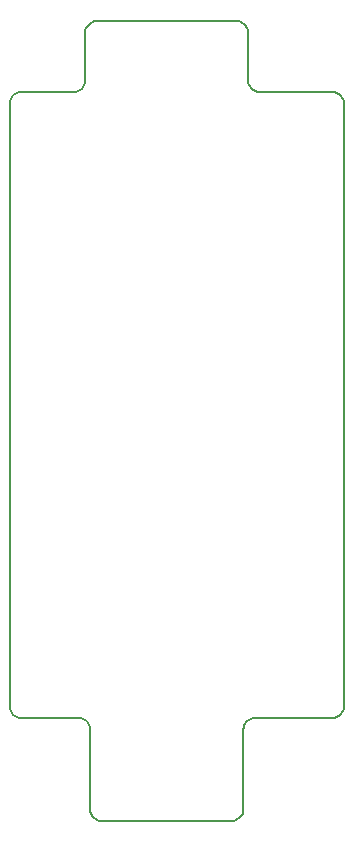
<source format=gbr>
G04 PROTEUS RS274X GERBER FILE*
%FSLAX45Y45*%
%MOMM*%
G01*
%ADD71C,0.203200*%
D71*
X-610000Y-3352045D02*
X-608010Y-3372492D01*
X-602285Y-3391400D01*
X-581094Y-3423139D01*
X-549356Y-3444330D01*
X-530447Y-3450055D01*
X-510000Y-3452045D01*
X-610000Y-3352045D02*
X-610000Y-2682045D01*
X-611990Y-2661598D01*
X-617715Y-2642690D01*
X-638906Y-2610951D01*
X-670644Y-2589760D01*
X-689553Y-2584035D01*
X-710000Y-2582045D01*
X-1190000Y-2582045D01*
X-1290000Y-2482045D02*
X-1288010Y-2502492D01*
X-1282285Y-2521400D01*
X-1261094Y-2553139D01*
X-1229356Y-2574330D01*
X-1210447Y-2580055D01*
X-1190000Y-2582045D01*
X-1290000Y-2482045D02*
X-1290000Y+2617964D01*
X-1288010Y+2638411D01*
X-1282285Y+2657319D01*
X-1261094Y+2689058D01*
X-1229356Y+2710249D01*
X-1210447Y+2715974D01*
X-1190000Y+2717964D01*
X-750000Y+2717964D01*
X-650000Y+2817964D02*
X-651990Y+2797517D01*
X-657715Y+2778609D01*
X-678906Y+2746870D01*
X-710644Y+2725679D01*
X-729553Y+2719954D01*
X-750000Y+2717964D01*
X-650000Y+2817964D02*
X-650000Y+3218300D01*
X-648010Y+3238747D01*
X-642285Y+3257655D01*
X-621094Y+3289394D01*
X-589356Y+3310585D01*
X-570447Y+3316310D01*
X-550000Y+3318300D01*
X+630000Y+3318300D01*
X+730000Y+3218300D02*
X+728010Y+3238747D01*
X+722285Y+3257655D01*
X+701094Y+3289394D01*
X+669356Y+3310585D01*
X+650447Y+3316310D01*
X+630000Y+3318300D01*
X+730000Y+3218300D02*
X+730000Y+2817964D01*
X+731990Y+2797517D01*
X+737715Y+2778609D01*
X+758906Y+2746870D01*
X+790644Y+2725679D01*
X+809553Y+2719954D01*
X+830000Y+2717964D01*
X+1440000Y+2717964D01*
X+1540000Y+2617964D02*
X+1538010Y+2638411D01*
X+1532285Y+2657319D01*
X+1511094Y+2689058D01*
X+1479356Y+2710249D01*
X+1460447Y+2715974D01*
X+1440000Y+2717964D01*
X+1540000Y+2617964D02*
X+1540000Y-2482045D01*
X+1538010Y-2502492D01*
X+1532285Y-2521400D01*
X+1511094Y-2553139D01*
X+1479356Y-2574330D01*
X+1460447Y-2580055D01*
X+1440000Y-2582045D01*
X+790000Y-2582045D01*
X+690000Y-2682045D02*
X+691990Y-2661598D01*
X+697715Y-2642690D01*
X+718906Y-2610951D01*
X+750644Y-2589760D01*
X+769553Y-2584035D01*
X+790000Y-2582045D01*
X+690000Y-2682045D02*
X+690000Y-3352045D01*
X+688010Y-3372492D01*
X+682285Y-3391400D01*
X+661094Y-3423139D01*
X+629356Y-3444330D01*
X+610447Y-3450055D01*
X+590000Y-3452045D01*
X+302500Y-3452045D01*
X-222500Y-3452045D02*
X-510000Y-3452045D01*
X+302500Y-3452045D02*
X-222500Y-3452045D01*
M02*

</source>
